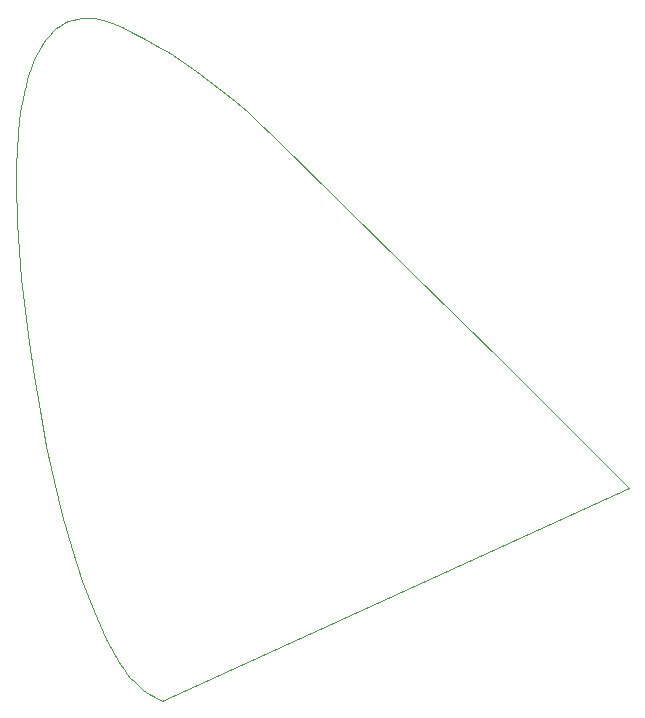
<source format=gbr>
%TF.GenerationSoftware,KiCad,Pcbnew,9.0.6-rc1-2-g790dee114b*%
%TF.CreationDate,2025-10-17T23:56:23-04:00*%
%TF.ProjectId,MetamerBoard,4d657461-6d65-4724-926f-6172642e6b69,rev?*%
%TF.SameCoordinates,Original*%
%TF.FileFunction,Profile,NP*%
%FSLAX46Y46*%
G04 Gerber Fmt 4.6, Leading zero omitted, Abs format (unit mm)*
G04 Created by KiCad (PCBNEW 9.0.6-rc1-2-g790dee114b) date 2025-10-17 23:56:23*
%MOMM*%
%LPD*%
G01*
G04 APERTURE LIST*
%TA.AperFunction,Profile*%
%ADD10C,0.066065*%
%TD*%
G04 APERTURE END LIST*
D10*
X-18731542Y32392132D02*
X-18021619Y32233534D01*
X-17227686Y31976752D01*
X-16359451Y31627961D01*
X-15426625Y31193336D01*
X-14438918Y30679052D01*
X-13406038Y30091284D01*
X-12337697Y29436208D01*
X-11243605Y28719998D01*
X-10133470Y27948830D01*
X-9017003Y27128879D01*
X-7903913Y26266320D01*
X-6803911Y25367328D01*
X-5726707Y24438079D01*
X-4682010Y23484747D01*
X-3679530Y22513507D01*
X8017505Y11014672D01*
X16066553Y3101887D01*
X25746400Y-6516020D01*
X26561380Y-7331007D01*
X-12953013Y-25364172D01*
X-13267083Y-25242880D01*
X-13344668Y-25209996D01*
X-13562079Y-25103812D01*
X-13716026Y-25019701D01*
X-13896297Y-24913029D01*
X-14100016Y-24782382D01*
X-14324305Y-24626348D01*
X-14566286Y-24443516D01*
X-14823083Y-24232472D01*
X-15091819Y-23991805D01*
X-15369615Y-23720103D01*
X-15653595Y-23415952D01*
X-15940882Y-23077941D01*
X-16228597Y-22704657D01*
X-16513865Y-22294688D01*
X-16522902Y-22281012D01*
X-16531424Y-22266817D01*
X-17684581Y-20145334D01*
X-18747256Y-17786801D01*
X-19721668Y-15229595D01*
X-20610037Y-12512095D01*
X-21414583Y-9672677D01*
X-22137524Y-6749721D01*
X-22781081Y-3781604D01*
X-23347472Y-806704D01*
X-23838917Y2136602D01*
X-24257635Y5009936D01*
X-24885769Y10393175D01*
X-25249629Y15035991D01*
X-25366970Y18631361D01*
X-25349665Y19965939D01*
X-25296096Y21279803D01*
X-25203779Y22563929D01*
X-25070232Y23809295D01*
X-24892970Y25006880D01*
X-24787170Y25584935D01*
X-24669510Y26147661D01*
X-24539680Y26693931D01*
X-24397370Y27222616D01*
X-24242269Y27732589D01*
X-24074066Y28222723D01*
X-23892451Y28691889D01*
X-23697115Y29138959D01*
X-23487745Y29562806D01*
X-23264033Y29962302D01*
X-23025667Y30336319D01*
X-22772338Y30683730D01*
X-22503734Y31003407D01*
X-22219545Y31294222D01*
X-21919462Y31555046D01*
X-21603173Y31784753D01*
X-21270368Y31982215D01*
X-20920737Y32146304D01*
X-20553970Y32275891D01*
X-20169755Y32369850D01*
X-19767783Y32427052D01*
X-19347743Y32446370D01*
X-18731542Y32392132D01*
M02*

</source>
